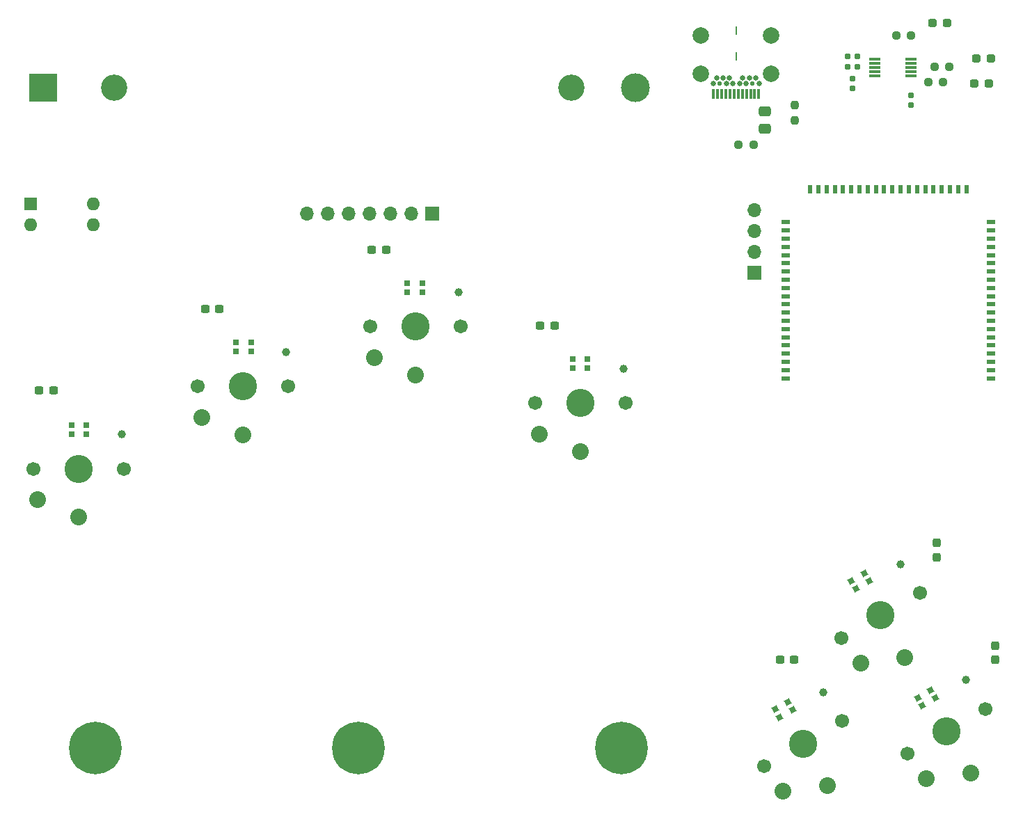
<source format=gbr>
%TF.GenerationSoftware,KiCad,Pcbnew,(5.99.0-9634-gb691c18bfc)*%
%TF.CreationDate,2021-03-09T21:57:17+01:00*%
%TF.ProjectId,keychordz,6b657963-686f-4726-947a-2e6b69636164,rev?*%
%TF.SameCoordinates,Original*%
%TF.FileFunction,Soldermask,Top*%
%TF.FilePolarity,Negative*%
%FSLAX46Y46*%
G04 Gerber Fmt 4.6, Leading zero omitted, Abs format (unit mm)*
G04 Created by KiCad (PCBNEW (5.99.0-9634-gb691c18bfc)) date 2021-03-09 21:57:17*
%MOMM*%
%LPD*%
G01*
G04 APERTURE LIST*
G04 Aperture macros list*
%AMRoundRect*
0 Rectangle with rounded corners*
0 $1 Rounding radius*
0 $2 $3 $4 $5 $6 $7 $8 $9 X,Y pos of 4 corners*
0 Add a 4 corners polygon primitive as box body*
4,1,4,$2,$3,$4,$5,$6,$7,$8,$9,$2,$3,0*
0 Add four circle primitives for the rounded corners*
1,1,$1+$1,$2,$3*
1,1,$1+$1,$4,$5*
1,1,$1+$1,$6,$7*
1,1,$1+$1,$8,$9*
0 Add four rect primitives between the rounded corners*
20,1,$1+$1,$2,$3,$4,$5,0*
20,1,$1+$1,$4,$5,$6,$7,0*
20,1,$1+$1,$6,$7,$8,$9,0*
20,1,$1+$1,$8,$9,$2,$3,0*%
%AMRotRect*
0 Rectangle, with rotation*
0 The origin of the aperture is its center*
0 $1 length*
0 $2 width*
0 $3 Rotation angle, in degrees counterclockwise*
0 Add horizontal line*
21,1,$1,$2,0,0,$3*%
G04 Aperture macros list end*
%ADD10R,0.200000X1.000000*%
%ADD11C,2.010000*%
%ADD12C,0.550000*%
%ADD13C,0.650000*%
%ADD14R,0.300000X1.200000*%
%ADD15C,0.800000*%
%ADD16C,6.400000*%
%ADD17R,1.600000X1.600000*%
%ADD18O,1.600000X1.600000*%
%ADD19RoundRect,0.237500X-0.250000X-0.237500X0.250000X-0.237500X0.250000X0.237500X-0.250000X0.237500X0*%
%ADD20R,0.700000X0.700000*%
%ADD21RoundRect,0.237500X-0.287500X-0.237500X0.287500X-0.237500X0.287500X0.237500X-0.287500X0.237500X0*%
%ADD22C,3.429000*%
%ADD23C,1.701800*%
%ADD24C,0.990600*%
%ADD25C,2.032000*%
%ADD26RotRect,0.700000X0.700000X30.000000*%
%ADD27R,1.000000X0.600000*%
%ADD28R,0.600000X1.000000*%
%ADD29RoundRect,0.237500X-0.237500X0.250000X-0.237500X-0.250000X0.237500X-0.250000X0.237500X0.250000X0*%
%ADD30RoundRect,0.237500X0.250000X0.237500X-0.250000X0.237500X-0.250000X-0.237500X0.250000X-0.237500X0*%
%ADD31RoundRect,0.160000X-0.197500X-0.160000X0.197500X-0.160000X0.197500X0.160000X-0.197500X0.160000X0*%
%ADD32RoundRect,0.237500X-0.300000X-0.237500X0.300000X-0.237500X0.300000X0.237500X-0.300000X0.237500X0*%
%ADD33RoundRect,0.250000X-0.475000X0.337500X-0.475000X-0.337500X0.475000X-0.337500X0.475000X0.337500X0*%
%ADD34RoundRect,0.160000X0.197500X0.160000X-0.197500X0.160000X-0.197500X-0.160000X0.197500X-0.160000X0*%
%ADD35R,1.700000X1.700000*%
%ADD36O,1.700000X1.700000*%
%ADD37R,1.400000X0.300000*%
%ADD38RoundRect,0.237500X0.237500X-0.300000X0.237500X0.300000X-0.237500X0.300000X-0.237500X-0.300000X0*%
%ADD39RoundRect,0.155000X-0.155000X0.212500X-0.155000X-0.212500X0.155000X-0.212500X0.155000X0.212500X0*%
%ADD40C,3.200000*%
%ADD41R,3.500000X3.500000*%
%ADD42C,3.500000*%
%ADD43RoundRect,0.237500X-0.237500X0.300000X-0.237500X-0.300000X0.237500X-0.300000X0.237500X0.300000X0*%
G04 APERTURE END LIST*
D10*
%TO.C,J1*%
X100000000Y-15700000D03*
X100000000Y-18800000D03*
D11*
X95730000Y-16250000D03*
X104270000Y-16250000D03*
X95730000Y-20980000D03*
X104270000Y-20980000D03*
D12*
X102000000Y-22130000D03*
X98000000Y-22130000D03*
D13*
X102800000Y-22130000D03*
X102400000Y-21420000D03*
X101600000Y-21420000D03*
X101200000Y-22130000D03*
X100800000Y-21420000D03*
X100400000Y-22130000D03*
X99600000Y-22130000D03*
X99200000Y-21420000D03*
X98800000Y-22130000D03*
X98400000Y-21420000D03*
X97600000Y-21420000D03*
X97200000Y-22130000D03*
D14*
X97250000Y-23380000D03*
X97750000Y-23380000D03*
X98250000Y-23380000D03*
X98750000Y-23380000D03*
X99250000Y-23380000D03*
X99750000Y-23380000D03*
X100250000Y-23380000D03*
X100750000Y-23380000D03*
X101250000Y-23380000D03*
X101750000Y-23380000D03*
X102250000Y-23380000D03*
X102750000Y-23380000D03*
%TD*%
D15*
%TO.C,MNT1*%
X87697056Y-104697056D03*
X83600000Y-103000000D03*
X84302944Y-104697056D03*
X84302944Y-101302944D03*
X86000000Y-105400000D03*
X86000000Y-100600000D03*
X88400000Y-103000000D03*
D16*
X86000000Y-103000000D03*
D15*
X87697056Y-101302944D03*
%TD*%
%TO.C,MNT2*%
X56400000Y-103000000D03*
X54000000Y-105400000D03*
X52302944Y-104697056D03*
X52302944Y-101302944D03*
X54000000Y-100600000D03*
X51600000Y-103000000D03*
D16*
X54000000Y-103000000D03*
D15*
X55697056Y-101302944D03*
X55697056Y-104697056D03*
%TD*%
D16*
%TO.C,MNT3*%
X22000000Y-103000000D03*
D15*
X19600000Y-103000000D03*
X20302944Y-104697056D03*
X22000000Y-105400000D03*
X24400000Y-103000000D03*
X20302944Y-101302944D03*
X23697056Y-104697056D03*
X23697056Y-101302944D03*
X22000000Y-100600000D03*
%TD*%
D17*
%TO.C,SW9*%
X14200000Y-36750000D03*
D18*
X14200000Y-39290000D03*
X21820000Y-39290000D03*
X21820000Y-36750000D03*
%TD*%
D19*
%TO.C,R3*%
X100265500Y-29620000D03*
X102090500Y-29620000D03*
%TD*%
D20*
%TO.C,D8*%
X60003000Y-47525000D03*
X61833000Y-47525000D03*
X61833000Y-46425000D03*
X60003000Y-46425000D03*
%TD*%
D21*
%TO.C,D1*%
X129247000Y-19084000D03*
X130997000Y-19084000D03*
%TD*%
%TO.C,D3*%
X123913000Y-14766000D03*
X125663000Y-14766000D03*
%TD*%
D22*
%TO.C,SW1*%
X125566000Y-100952000D03*
D23*
X130329140Y-98202000D03*
D24*
X127986653Y-94704693D03*
D23*
X120802860Y-103702000D03*
D25*
X128516000Y-106061550D03*
X123135873Y-106742897D03*
%TD*%
D26*
%TO.C,D4*%
X122622587Y-97815814D03*
X124207413Y-96900814D03*
X123657413Y-95948186D03*
X122072587Y-96863186D03*
%TD*%
D27*
%TO.C,U1*%
X131000000Y-57000000D03*
X131000000Y-55000000D03*
X131000000Y-56000000D03*
X106000000Y-56000000D03*
X106000000Y-54000000D03*
X106000000Y-51000000D03*
X106000000Y-42000000D03*
D28*
X125000000Y-35000000D03*
X123000000Y-35000000D03*
D27*
X106000000Y-40000000D03*
D28*
X121000000Y-35000000D03*
X114000000Y-35000000D03*
X112000000Y-35000000D03*
X110000000Y-35000000D03*
D27*
X106000000Y-41000000D03*
X131000000Y-40000000D03*
D28*
X128000000Y-35000000D03*
X127000000Y-35000000D03*
X126000000Y-35000000D03*
X124000000Y-35000000D03*
X122000000Y-35000000D03*
X115000000Y-35000000D03*
X113000000Y-35000000D03*
X111000000Y-35000000D03*
X109000000Y-35000000D03*
X119000000Y-35000000D03*
D27*
X131000000Y-58000000D03*
X106000000Y-39000000D03*
D28*
X118000000Y-35000000D03*
D27*
X131000000Y-53000000D03*
X131000000Y-39000000D03*
X106000000Y-49000000D03*
X131000000Y-54000000D03*
X106000000Y-58000000D03*
X106000000Y-57000000D03*
X106000000Y-55000000D03*
X106000000Y-53000000D03*
X106000000Y-52000000D03*
X131000000Y-51000000D03*
X131000000Y-50000000D03*
X131000000Y-49000000D03*
X106000000Y-50000000D03*
X131000000Y-48000000D03*
X131000000Y-47000000D03*
X106000000Y-48000000D03*
X131000000Y-46000000D03*
X131000000Y-45000000D03*
X131000000Y-44000000D03*
X106000000Y-47000000D03*
X131000000Y-43000000D03*
X106000000Y-46000000D03*
X131000000Y-41000000D03*
X106000000Y-45000000D03*
X131000000Y-42000000D03*
X106000000Y-44000000D03*
X106000000Y-43000000D03*
X131000000Y-52000000D03*
D28*
X116000000Y-35000000D03*
X120000000Y-35000000D03*
X117000000Y-35000000D03*
%TD*%
D23*
%TO.C,SW5*%
X66500000Y-51689000D03*
X55500000Y-51689000D03*
D24*
X66220000Y-47489000D03*
D22*
X61000000Y-51689000D03*
D25*
X61000000Y-57589000D03*
X56000000Y-55489000D03*
%TD*%
D29*
%TO.C,R4*%
X107164000Y-24777500D03*
X107164000Y-26602500D03*
%TD*%
D26*
%TO.C,D5*%
X105282587Y-99233814D03*
X106867413Y-98318814D03*
X106317413Y-97366186D03*
X104732587Y-98281186D03*
%TD*%
D30*
%TO.C,R7*%
X121279000Y-16290000D03*
X119454000Y-16290000D03*
%TD*%
D31*
%TO.C,R6*%
X113522500Y-18830000D03*
X114717500Y-18830000D03*
%TD*%
D23*
%TO.C,SW6*%
X25500000Y-69000000D03*
X14500000Y-69000000D03*
D24*
X25220000Y-64800000D03*
D22*
X20000000Y-69000000D03*
D25*
X20000000Y-74900000D03*
X15000000Y-72800000D03*
%TD*%
D32*
%TO.C,C29*%
X35369500Y-49546000D03*
X37094500Y-49546000D03*
%TD*%
%TO.C,C30*%
X15213500Y-59452000D03*
X16938500Y-59452000D03*
%TD*%
D33*
%TO.C,C22*%
X103464000Y-25534500D03*
X103464000Y-27609500D03*
%TD*%
D34*
%TO.C,R5*%
X114717500Y-20100000D03*
X113522500Y-20100000D03*
%TD*%
D30*
%TO.C,R1*%
X125954500Y-20100000D03*
X124129500Y-20100000D03*
%TD*%
D32*
%TO.C,C28*%
X55663000Y-42361000D03*
X57388000Y-42361000D03*
%TD*%
D23*
%TO.C,SW2*%
X103388860Y-105190000D03*
X112915140Y-99690000D03*
D24*
X110572653Y-96192693D03*
D22*
X108152000Y-102440000D03*
D25*
X111102000Y-107549550D03*
X105721873Y-108230897D03*
%TD*%
D35*
%TO.C,J2*%
X102200000Y-45180000D03*
D36*
X102200000Y-42640000D03*
X102200000Y-40100000D03*
X102200000Y-37560000D03*
%TD*%
D37*
%TO.C,IC1*%
X121300000Y-21200000D03*
X121300000Y-20700000D03*
X121300000Y-20200000D03*
X121300000Y-19700000D03*
X121300000Y-19200000D03*
X116900000Y-19200000D03*
X116900000Y-19700000D03*
X116900000Y-20200000D03*
X116900000Y-20700000D03*
X116900000Y-21200000D03*
%TD*%
D32*
%TO.C,C27*%
X76173500Y-51562000D03*
X77898500Y-51562000D03*
%TD*%
D23*
%TO.C,SW7*%
X34500000Y-59000000D03*
D22*
X40000000Y-59000000D03*
D23*
X45500000Y-59000000D03*
D24*
X45220000Y-54800000D03*
D25*
X40000000Y-64900000D03*
X35000000Y-62800000D03*
%TD*%
D26*
%TO.C,D6*%
X114562587Y-83577314D03*
X116147413Y-82662314D03*
X115597413Y-81709686D03*
X114012587Y-82624686D03*
%TD*%
D21*
%TO.C,D2*%
X128993000Y-22132000D03*
X130743000Y-22132000D03*
%TD*%
D38*
%TO.C,C4*%
X131500000Y-92262500D03*
X131500000Y-90537500D03*
%TD*%
D23*
%TO.C,SW3*%
X112816860Y-89593500D03*
X122343140Y-84093500D03*
D22*
X117580000Y-86843500D03*
D24*
X120000653Y-80596193D03*
D25*
X120530000Y-91953050D03*
X115149873Y-92634397D03*
%TD*%
D39*
%TO.C,C23*%
X114120000Y-21564500D03*
X114120000Y-22699500D03*
%TD*%
D40*
%TO.C,BT1*%
X24345000Y-22600000D03*
X79955000Y-22600000D03*
D41*
X15700000Y-22600000D03*
D42*
X87700000Y-22600000D03*
%TD*%
D30*
%TO.C,R2*%
X125192500Y-21972000D03*
X123367500Y-21972000D03*
%TD*%
D22*
%TO.C,SW4*%
X81048000Y-61000000D03*
D24*
X86268000Y-56800000D03*
D23*
X75548000Y-61000000D03*
X86548000Y-61000000D03*
D25*
X81048000Y-66900000D03*
X76048000Y-64800000D03*
%TD*%
D20*
%TO.C,D10*%
X19125000Y-64791500D03*
X20955000Y-64791500D03*
X20955000Y-63691500D03*
X19125000Y-63691500D03*
%TD*%
D39*
%TO.C,C24*%
X121232000Y-23596500D03*
X121232000Y-24731500D03*
%TD*%
D43*
%TO.C,C26*%
X124400000Y-78037500D03*
X124400000Y-79762500D03*
%TD*%
D32*
%TO.C,C25*%
X105337500Y-92200000D03*
X107062500Y-92200000D03*
%TD*%
D35*
%TO.C,J3*%
X63000000Y-38000000D03*
D36*
X60460000Y-38000000D03*
X57920000Y-38000000D03*
X55380000Y-38000000D03*
X52840000Y-38000000D03*
X50300000Y-38000000D03*
X47760000Y-38000000D03*
%TD*%
D20*
%TO.C,D7*%
X80085000Y-56774500D03*
X81915000Y-56774500D03*
X81915000Y-55674500D03*
X80085000Y-55674500D03*
%TD*%
%TO.C,D9*%
X39154000Y-54758500D03*
X40984000Y-54758500D03*
X40984000Y-53658500D03*
X39154000Y-53658500D03*
%TD*%
M02*

</source>
